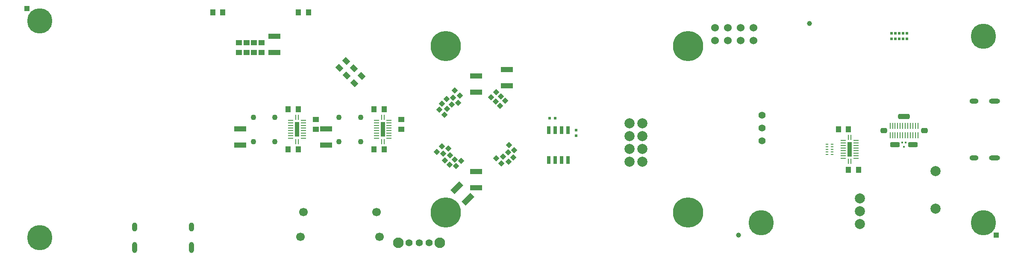
<source format=gbr>
%TF.GenerationSoftware,Altium Limited,Altium Designer,22.4.2 (48)*%
G04 Layer_Color=255*
%FSLAX26Y26*%
%MOIN*%
%TF.SameCoordinates,8C98EB32-1E12-42CD-A60B-9DA89663A72C*%
%TF.FilePolarity,Positive*%
%TF.FileFunction,Pads,Bot*%
%TF.Part,Single*%
G01*
G75*
%TA.AperFunction,SMDPad,CuDef*%
%ADD21R,0.031496X0.059055*%
%ADD23R,0.023622X0.023622*%
%ADD37R,0.049213X0.039370*%
%TA.AperFunction,FiducialPad,Global*%
%ADD46C,0.039370*%
%ADD47R,0.039370X0.039370*%
%TA.AperFunction,SMDPad,CuDef*%
%ADD51R,0.023622X0.023622*%
%ADD52R,0.039370X0.049213*%
%ADD54R,0.094488X0.043307*%
%ADD57R,0.011811X0.011811*%
%ADD59R,0.018701X0.007874*%
G04:AMPARAMS|DCode=61|XSize=39.37mil|YSize=49.213mil|CornerRadius=0mil|HoleSize=0mil|Usage=FLASHONLY|Rotation=45.000|XOffset=0mil|YOffset=0mil|HoleType=Round|Shape=Rectangle|*
%AMROTATEDRECTD61*
4,1,4,0.003480,-0.031319,-0.031319,0.003480,-0.003480,0.031319,0.031319,-0.003480,0.003480,-0.031319,0.0*
%
%ADD61ROTATEDRECTD61*%

%TA.AperFunction,ComponentPad*%
%ADD76C,0.078740*%
%ADD77O,0.086614X0.039370*%
%ADD78O,0.070866X0.039370*%
G04:AMPARAMS|DCode=79|XSize=74.803mil|YSize=39.37mil|CornerRadius=9.842mil|HoleSize=0mil|Usage=FLASHONLY|Rotation=180.000|XOffset=0mil|YOffset=0mil|HoleType=Round|Shape=RoundedRectangle|*
%AMROUNDEDRECTD79*
21,1,0.074803,0.019685,0,0,180.0*
21,1,0.055118,0.039370,0,0,180.0*
1,1,0.019685,-0.027559,0.009843*
1,1,0.019685,0.027559,0.009843*
1,1,0.019685,0.027559,-0.009843*
1,1,0.019685,-0.027559,-0.009843*
%
%ADD79ROUNDEDRECTD79*%
G04:AMPARAMS|DCode=80|XSize=90.551mil|YSize=39.37mil|CornerRadius=9.842mil|HoleSize=0mil|Usage=FLASHONLY|Rotation=180.000|XOffset=0mil|YOffset=0mil|HoleType=Round|Shape=RoundedRectangle|*
%AMROUNDEDRECTD80*
21,1,0.090551,0.019685,0,0,180.0*
21,1,0.070866,0.039370,0,0,180.0*
1,1,0.019685,-0.035433,0.009843*
1,1,0.019685,0.035433,0.009843*
1,1,0.019685,0.035433,-0.009843*
1,1,0.019685,-0.035433,-0.009843*
%
%ADD80ROUNDEDRECTD80*%
G04:AMPARAMS|DCode=81|XSize=51.181mil|YSize=39.37mil|CornerRadius=9.842mil|HoleSize=0mil|Usage=FLASHONLY|Rotation=0.000|XOffset=0mil|YOffset=0mil|HoleType=Round|Shape=RoundedRectangle|*
%AMROUNDEDRECTD81*
21,1,0.051181,0.019685,0,0,0.0*
21,1,0.031496,0.039370,0,0,0.0*
1,1,0.019685,0.015748,-0.009843*
1,1,0.019685,-0.015748,-0.009843*
1,1,0.019685,-0.015748,0.009843*
1,1,0.019685,0.015748,0.009843*
%
%ADD81ROUNDEDRECTD81*%
%ADD82C,0.043307*%
%ADD83C,0.055118*%
%ADD84C,0.082677*%
%ADD85C,0.196850*%
%ADD86C,0.066929*%
%ADD87C,0.236220*%
%ADD88C,0.060000*%
%ADD89O,0.039370X0.086614*%
%ADD90O,0.039370X0.070866*%
%TA.AperFunction,SMDPad,CuDef*%
%ADD100R,0.011024X0.045276*%
%ADD101C,0.078740*%
%ADD102R,0.011417X0.039370*%
%ADD103R,0.039370X0.011417*%
%ADD104R,0.035433X0.114173*%
G04:AMPARAMS|DCode=105|XSize=33.465mil|YSize=35.433mil|CornerRadius=0mil|HoleSize=0mil|Usage=FLASHONLY|Rotation=45.000|XOffset=0mil|YOffset=0mil|HoleType=Round|Shape=Rectangle|*
%AMROTATEDRECTD105*
4,1,4,0.000696,-0.024359,-0.024359,0.000696,-0.000696,0.024359,0.024359,-0.000696,0.000696,-0.024359,0.0*
%
%ADD105ROTATEDRECTD105*%

G04:AMPARAMS|DCode=106|XSize=33.465mil|YSize=35.433mil|CornerRadius=0mil|HoleSize=0mil|Usage=FLASHONLY|Rotation=135.000|XOffset=0mil|YOffset=0mil|HoleType=Round|Shape=Rectangle|*
%AMROTATEDRECTD106*
4,1,4,0.024359,0.000696,-0.000696,-0.024359,-0.024359,-0.000696,0.000696,0.024359,0.024359,0.000696,0.0*
%
%ADD106ROTATEDRECTD106*%

G04:AMPARAMS|DCode=107|XSize=43.307mil|YSize=94.488mil|CornerRadius=0mil|HoleSize=0mil|Usage=FLASHONLY|Rotation=315.000|XOffset=0mil|YOffset=0mil|HoleType=Round|Shape=Rectangle|*
%AMROTATEDRECTD107*
4,1,4,-0.048718,-0.018095,0.018095,0.048718,0.048718,0.018095,-0.018095,-0.048718,-0.048718,-0.018095,0.0*
%
%ADD107ROTATEDRECTD107*%

D21*
X6622047Y2947835D02*
D03*
X6572047D02*
D03*
X6472441D02*
D03*
X6522441D02*
D03*
Y2711614D02*
D03*
X6472441D02*
D03*
X6572047D02*
D03*
X6622047D02*
D03*
D23*
X6521654Y3040000D02*
D03*
X6478346D02*
D03*
D37*
X4173228Y3630905D02*
D03*
Y3552165D02*
D03*
X4653543Y3031496D02*
D03*
Y2952756D02*
D03*
X5322835Y3031496D02*
D03*
Y2952756D02*
D03*
X4232283Y3630905D02*
D03*
Y3552165D02*
D03*
X4055118Y3630905D02*
D03*
Y3552165D02*
D03*
X4114173Y3630905D02*
D03*
Y3552165D02*
D03*
D46*
X7952756Y2125984D02*
D03*
X8503937Y3779528D02*
D03*
D47*
X2401575Y3897638D02*
D03*
X9960630Y2125984D02*
D03*
D51*
X6684055Y2904528D02*
D03*
Y2947835D02*
D03*
X9145669Y3702756D02*
D03*
Y3659449D02*
D03*
X9234252D02*
D03*
Y3702756D02*
D03*
X9263780D02*
D03*
Y3659449D02*
D03*
X9175197D02*
D03*
Y3702756D02*
D03*
X9204724D02*
D03*
Y3659449D02*
D03*
D52*
X4438976Y2795276D02*
D03*
X4517717D02*
D03*
X5108268D02*
D03*
X5187008D02*
D03*
X5108268Y3110236D02*
D03*
X5187008D02*
D03*
X4438976D02*
D03*
X4517717D02*
D03*
X3850394Y3868110D02*
D03*
X3929134D02*
D03*
X4519685D02*
D03*
X4598425D02*
D03*
X8887795Y2637795D02*
D03*
X8809055D02*
D03*
X8730315Y2952756D02*
D03*
X8809055D02*
D03*
D54*
X4330709Y3553150D02*
D03*
Y3679134D02*
D03*
X5905512Y3370079D02*
D03*
Y3244095D02*
D03*
Y2496063D02*
D03*
Y2622047D02*
D03*
X6145669Y3420276D02*
D03*
Y3294291D02*
D03*
X4735236Y2955709D02*
D03*
Y2829724D02*
D03*
X4065945Y2955709D02*
D03*
Y2829724D02*
D03*
D57*
X9242126Y2817913D02*
D03*
X9255906Y2851378D02*
D03*
X9228346D02*
D03*
D59*
X8680118Y2756890D02*
D03*
Y2776575D02*
D03*
Y2796260D02*
D03*
Y2815945D02*
D03*
Y2835630D02*
D03*
X8642717D02*
D03*
Y2815945D02*
D03*
Y2796260D02*
D03*
Y2776575D02*
D03*
Y2756890D02*
D03*
D61*
X4952051Y3428430D02*
D03*
X4896374Y3372752D02*
D03*
X5011107Y3369374D02*
D03*
X4955429Y3313697D02*
D03*
X4892996Y3487485D02*
D03*
X4837319Y3431807D02*
D03*
D76*
X8897638Y2412992D02*
D03*
Y2312992D02*
D03*
Y2212992D02*
D03*
X9488189Y2627953D02*
D03*
Y2332677D02*
D03*
D77*
X9946850Y2731496D02*
D03*
Y3174016D02*
D03*
D78*
X9789370Y2731496D02*
D03*
Y3174016D02*
D03*
D79*
X9173228Y2832677D02*
D03*
X9311024D02*
D03*
D80*
X9242126Y3053150D02*
D03*
D81*
X9084252Y2942913D02*
D03*
X9400000D02*
D03*
D82*
X4836614Y3047244D02*
D03*
Y2858268D02*
D03*
X5005905D02*
D03*
Y3047244D02*
D03*
X4167323D02*
D03*
Y2858268D02*
D03*
X4336614D02*
D03*
Y3047244D02*
D03*
D83*
X8135827Y2862599D02*
D03*
Y2962599D02*
D03*
Y3062599D02*
D03*
X5539370Y2066929D02*
D03*
X5460630D02*
D03*
X5381890D02*
D03*
D84*
X5299213D02*
D03*
X5622047D02*
D03*
D85*
X9862205Y3681102D02*
D03*
X8129921Y2224409D02*
D03*
X2500000Y2106299D02*
D03*
Y3799213D02*
D03*
X9862205Y2224409D02*
D03*
D86*
X4533465Y2114173D02*
D03*
X4557087Y2307087D02*
D03*
X5151575Y2114173D02*
D03*
X5127953Y2307087D02*
D03*
D87*
X5669291Y3602362D02*
D03*
X7559055Y2303150D02*
D03*
Y3602362D02*
D03*
X5669291Y2303150D02*
D03*
D88*
X8067717Y3646850D02*
D03*
Y3746850D02*
D03*
X7767717D02*
D03*
Y3646850D02*
D03*
X7867717D02*
D03*
Y3746850D02*
D03*
X7967717Y3646850D02*
D03*
Y3746850D02*
D03*
D89*
X3243307Y2031496D02*
D03*
X3685827D02*
D03*
D90*
X3243307Y2188976D02*
D03*
X3685827D02*
D03*
D100*
X9350394Y2906496D02*
D03*
X9330709D02*
D03*
X9311024D02*
D03*
X9291339D02*
D03*
X9271654D02*
D03*
X9251969D02*
D03*
X9232283D02*
D03*
X9212598D02*
D03*
X9192913D02*
D03*
X9173228D02*
D03*
X9153543D02*
D03*
X9133858D02*
D03*
Y2979331D02*
D03*
X9153543D02*
D03*
X9173228D02*
D03*
X9192913D02*
D03*
X9212599D02*
D03*
X9232283D02*
D03*
X9251969D02*
D03*
X9271654D02*
D03*
X9291339D02*
D03*
X9311024D02*
D03*
X9330709D02*
D03*
X9350394D02*
D03*
D101*
X7200000Y2700000D02*
D03*
X7100000Y2800000D02*
D03*
X7200000Y3000000D02*
D03*
X7100000D02*
D03*
Y2900000D02*
D03*
X7200000Y2800000D02*
D03*
Y2900000D02*
D03*
X7100000Y2700000D02*
D03*
D102*
X8809055Y2701772D02*
D03*
Y2890748D02*
D03*
X8828740D02*
D03*
Y2701772D02*
D03*
X5187007Y3047244D02*
D03*
Y2858268D02*
D03*
X5167322D02*
D03*
Y3047244D02*
D03*
X4517717D02*
D03*
Y2858268D02*
D03*
X4498032D02*
D03*
Y3047244D02*
D03*
D103*
X8769685Y2727362D02*
D03*
Y2747047D02*
D03*
Y2766732D02*
D03*
Y2786417D02*
D03*
Y2806102D02*
D03*
Y2825787D02*
D03*
Y2845472D02*
D03*
Y2865157D02*
D03*
X8868110D02*
D03*
Y2845472D02*
D03*
Y2825787D02*
D03*
Y2806102D02*
D03*
Y2786417D02*
D03*
Y2766732D02*
D03*
Y2747047D02*
D03*
Y2727362D02*
D03*
X5226377Y3021653D02*
D03*
Y3001968D02*
D03*
Y2982284D02*
D03*
Y2962598D02*
D03*
Y2942913D02*
D03*
Y2923228D02*
D03*
Y2903543D02*
D03*
Y2883858D02*
D03*
X5127952D02*
D03*
Y2903543D02*
D03*
Y2923228D02*
D03*
Y2942913D02*
D03*
Y2962598D02*
D03*
Y2982284D02*
D03*
Y3001968D02*
D03*
Y3021653D02*
D03*
X4557087D02*
D03*
Y3001968D02*
D03*
Y2982284D02*
D03*
Y2962598D02*
D03*
Y2942913D02*
D03*
Y2923228D02*
D03*
Y2903543D02*
D03*
Y2883858D02*
D03*
X4458661D02*
D03*
Y2903543D02*
D03*
Y2923228D02*
D03*
Y2942913D02*
D03*
Y2962598D02*
D03*
Y2982284D02*
D03*
Y3001968D02*
D03*
Y3021653D02*
D03*
D104*
X8818898Y2796260D02*
D03*
X5177164Y2952756D02*
D03*
X4507874D02*
D03*
D105*
X6130917Y3178162D02*
D03*
X6090551Y3137795D02*
D03*
X5649108Y2764266D02*
D03*
X5689475Y2804632D02*
D03*
X5748518Y2665840D02*
D03*
X5788884Y2706207D02*
D03*
X6062506Y3244593D02*
D03*
X6022140Y3204226D02*
D03*
X6097939Y3209160D02*
D03*
X6057573Y3168793D02*
D03*
X5596943Y2778045D02*
D03*
X5637309Y2818412D02*
D03*
X5661903Y2711116D02*
D03*
X5702270Y2751482D02*
D03*
X5698321Y2677651D02*
D03*
X5738687Y2718018D02*
D03*
D106*
X5725880Y3200301D02*
D03*
X5766246Y3159935D02*
D03*
X5617612Y3105813D02*
D03*
X5657979Y3065447D02*
D03*
X6102860Y2687494D02*
D03*
X6062494Y2727860D02*
D03*
X6201286Y2789856D02*
D03*
X6160919Y2830223D02*
D03*
X5738675Y3256404D02*
D03*
X5779042Y3216037D02*
D03*
X5673714Y3188490D02*
D03*
X5714081Y3148124D02*
D03*
X5638281Y3153057D02*
D03*
X5678648Y3112691D02*
D03*
X6156994Y2698321D02*
D03*
X6116628Y2738687D02*
D03*
X6194396Y2733754D02*
D03*
X6154029Y2774120D02*
D03*
D107*
X5842770Y2407229D02*
D03*
X5753686Y2496314D02*
D03*
%TF.MD5,e03aad54008b4786258bc6275deeb8c9*%
M02*

</source>
